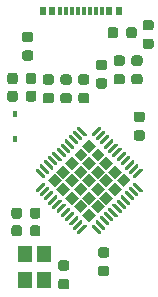
<source format=gtp>
G04 #@! TF.GenerationSoftware,KiCad,Pcbnew,(5.1.6)-1*
G04 #@! TF.CreationDate,2020-09-27T19:06:04+08:00*
G04 #@! TF.ProjectId,Alvaro,416c7661-726f-42e6-9b69-6361645f7063,C*
G04 #@! TF.SameCoordinates,Original*
G04 #@! TF.FileFunction,Paste,Top*
G04 #@! TF.FilePolarity,Positive*
%FSLAX46Y46*%
G04 Gerber Fmt 4.6, Leading zero omitted, Abs format (unit mm)*
G04 Created by KiCad (PCBNEW (5.1.6)-1) date 2020-09-27 19:06:04*
%MOMM*%
%LPD*%
G01*
G04 APERTURE LIST*
%ADD10R,0.300000X0.800000*%
%ADD11R,0.600000X0.800000*%
%ADD12C,0.100000*%
%ADD13R,0.450000X0.600000*%
%ADD14R,1.200000X1.400000*%
G04 APERTURE END LIST*
D10*
X28250000Y-29500000D03*
X28750000Y-29500000D03*
X31750000Y-29500000D03*
X31250000Y-29500000D03*
X30250000Y-29500000D03*
X29750000Y-29500000D03*
X30750000Y-29500000D03*
X29250000Y-29500000D03*
D11*
X27600000Y-29500000D03*
X32400000Y-29500000D03*
X33200000Y-29500000D03*
X26800000Y-29500000D03*
G36*
G01*
X24650000Y-36418750D02*
X24650000Y-36931250D01*
G75*
G02*
X24431250Y-37150000I-218750J0D01*
G01*
X23993750Y-37150000D01*
G75*
G02*
X23775000Y-36931250I0J218750D01*
G01*
X23775000Y-36418750D01*
G75*
G02*
X23993750Y-36200000I218750J0D01*
G01*
X24431250Y-36200000D01*
G75*
G02*
X24650000Y-36418750I0J-218750D01*
G01*
G37*
G36*
G01*
X26225000Y-36418750D02*
X26225000Y-36931250D01*
G75*
G02*
X26006250Y-37150000I-218750J0D01*
G01*
X25568750Y-37150000D01*
G75*
G02*
X25350000Y-36931250I0J218750D01*
G01*
X25350000Y-36418750D01*
G75*
G02*
X25568750Y-36200000I218750J0D01*
G01*
X26006250Y-36200000D01*
G75*
G02*
X26225000Y-36418750I0J-218750D01*
G01*
G37*
D12*
G36*
X30113101Y-46713280D02*
G01*
X30700000Y-46126381D01*
X31286899Y-46713280D01*
X30700000Y-47300179D01*
X30113101Y-46713280D01*
G37*
G36*
X30841421Y-45984960D02*
G01*
X31428320Y-45398061D01*
X32015219Y-45984960D01*
X31428320Y-46571859D01*
X30841421Y-45984960D01*
G37*
G36*
X31569741Y-45256640D02*
G01*
X32156640Y-44669741D01*
X32743539Y-45256640D01*
X32156640Y-45843539D01*
X31569741Y-45256640D01*
G37*
G36*
X32298061Y-44528320D02*
G01*
X32884960Y-43941421D01*
X33471859Y-44528320D01*
X32884960Y-45115219D01*
X32298061Y-44528320D01*
G37*
G36*
X33026381Y-43800000D02*
G01*
X33613280Y-43213101D01*
X34200179Y-43800000D01*
X33613280Y-44386899D01*
X33026381Y-43800000D01*
G37*
G36*
X29384781Y-45984960D02*
G01*
X29971680Y-45398061D01*
X30558579Y-45984960D01*
X29971680Y-46571859D01*
X29384781Y-45984960D01*
G37*
G36*
X30113101Y-45256640D02*
G01*
X30700000Y-44669741D01*
X31286899Y-45256640D01*
X30700000Y-45843539D01*
X30113101Y-45256640D01*
G37*
G36*
X30841421Y-44528320D02*
G01*
X31428320Y-43941421D01*
X32015219Y-44528320D01*
X31428320Y-45115219D01*
X30841421Y-44528320D01*
G37*
G36*
X31569741Y-43800000D02*
G01*
X32156640Y-43213101D01*
X32743539Y-43800000D01*
X32156640Y-44386899D01*
X31569741Y-43800000D01*
G37*
G36*
X32298061Y-43071680D02*
G01*
X32884960Y-42484781D01*
X33471859Y-43071680D01*
X32884960Y-43658579D01*
X32298061Y-43071680D01*
G37*
G36*
X28656461Y-45256640D02*
G01*
X29243360Y-44669741D01*
X29830259Y-45256640D01*
X29243360Y-45843539D01*
X28656461Y-45256640D01*
G37*
G36*
X29384781Y-44528320D02*
G01*
X29971680Y-43941421D01*
X30558579Y-44528320D01*
X29971680Y-45115219D01*
X29384781Y-44528320D01*
G37*
G36*
X30113101Y-43800000D02*
G01*
X30700000Y-43213101D01*
X31286899Y-43800000D01*
X30700000Y-44386899D01*
X30113101Y-43800000D01*
G37*
G36*
X30841421Y-43071680D02*
G01*
X31428320Y-42484781D01*
X32015219Y-43071680D01*
X31428320Y-43658579D01*
X30841421Y-43071680D01*
G37*
G36*
X31569741Y-42343360D02*
G01*
X32156640Y-41756461D01*
X32743539Y-42343360D01*
X32156640Y-42930259D01*
X31569741Y-42343360D01*
G37*
G36*
X27928141Y-44528320D02*
G01*
X28515040Y-43941421D01*
X29101939Y-44528320D01*
X28515040Y-45115219D01*
X27928141Y-44528320D01*
G37*
G36*
X28656461Y-43800000D02*
G01*
X29243360Y-43213101D01*
X29830259Y-43800000D01*
X29243360Y-44386899D01*
X28656461Y-43800000D01*
G37*
G36*
X29384781Y-43071680D02*
G01*
X29971680Y-42484781D01*
X30558579Y-43071680D01*
X29971680Y-43658579D01*
X29384781Y-43071680D01*
G37*
G36*
X30113101Y-42343360D02*
G01*
X30700000Y-41756461D01*
X31286899Y-42343360D01*
X30700000Y-42930259D01*
X30113101Y-42343360D01*
G37*
G36*
X30841421Y-41615040D02*
G01*
X31428320Y-41028141D01*
X32015219Y-41615040D01*
X31428320Y-42201939D01*
X30841421Y-41615040D01*
G37*
G36*
X27199821Y-43800000D02*
G01*
X27786720Y-43213101D01*
X28373619Y-43800000D01*
X27786720Y-44386899D01*
X27199821Y-43800000D01*
G37*
G36*
X27928141Y-43071680D02*
G01*
X28515040Y-42484781D01*
X29101939Y-43071680D01*
X28515040Y-43658579D01*
X27928141Y-43071680D01*
G37*
G36*
X28656461Y-42343360D02*
G01*
X29243360Y-41756461D01*
X29830259Y-42343360D01*
X29243360Y-42930259D01*
X28656461Y-42343360D01*
G37*
G36*
X29384781Y-41615040D02*
G01*
X29971680Y-41028141D01*
X30558579Y-41615040D01*
X29971680Y-42201939D01*
X29384781Y-41615040D01*
G37*
G36*
X30113101Y-40886720D02*
G01*
X30700000Y-40299821D01*
X31286899Y-40886720D01*
X30700000Y-41473619D01*
X30113101Y-40886720D01*
G37*
G36*
G01*
X30912132Y-40052334D02*
X30912132Y-40052334D01*
G75*
G02*
X30912132Y-39840202I106066J106066D01*
G01*
X31477818Y-39274516D01*
G75*
G02*
X31689950Y-39274516I106066J-106066D01*
G01*
X31689950Y-39274516D01*
G75*
G02*
X31689950Y-39486648I-106066J-106066D01*
G01*
X31124264Y-40052334D01*
G75*
G02*
X30912132Y-40052334I-106066J106066D01*
G01*
G37*
G36*
G01*
X31265685Y-40405888D02*
X31265685Y-40405888D01*
G75*
G02*
X31265685Y-40193756I106066J106066D01*
G01*
X31831371Y-39628070D01*
G75*
G02*
X32043503Y-39628070I106066J-106066D01*
G01*
X32043503Y-39628070D01*
G75*
G02*
X32043503Y-39840202I-106066J-106066D01*
G01*
X31477817Y-40405888D01*
G75*
G02*
X31265685Y-40405888I-106066J106066D01*
G01*
G37*
G36*
G01*
X31619239Y-40759441D02*
X31619239Y-40759441D01*
G75*
G02*
X31619239Y-40547309I106066J106066D01*
G01*
X32184925Y-39981623D01*
G75*
G02*
X32397057Y-39981623I106066J-106066D01*
G01*
X32397057Y-39981623D01*
G75*
G02*
X32397057Y-40193755I-106066J-106066D01*
G01*
X31831371Y-40759441D01*
G75*
G02*
X31619239Y-40759441I-106066J106066D01*
G01*
G37*
G36*
G01*
X31972792Y-41112995D02*
X31972792Y-41112995D01*
G75*
G02*
X31972792Y-40900863I106066J106066D01*
G01*
X32538478Y-40335177D01*
G75*
G02*
X32750610Y-40335177I106066J-106066D01*
G01*
X32750610Y-40335177D01*
G75*
G02*
X32750610Y-40547309I-106066J-106066D01*
G01*
X32184924Y-41112995D01*
G75*
G02*
X31972792Y-41112995I-106066J106066D01*
G01*
G37*
G36*
G01*
X32326345Y-41466548D02*
X32326345Y-41466548D01*
G75*
G02*
X32326345Y-41254416I106066J106066D01*
G01*
X32892031Y-40688730D01*
G75*
G02*
X33104163Y-40688730I106066J-106066D01*
G01*
X33104163Y-40688730D01*
G75*
G02*
X33104163Y-40900862I-106066J-106066D01*
G01*
X32538477Y-41466548D01*
G75*
G02*
X32326345Y-41466548I-106066J106066D01*
G01*
G37*
G36*
G01*
X32679899Y-41820101D02*
X32679899Y-41820101D01*
G75*
G02*
X32679899Y-41607969I106066J106066D01*
G01*
X33245585Y-41042283D01*
G75*
G02*
X33457717Y-41042283I106066J-106066D01*
G01*
X33457717Y-41042283D01*
G75*
G02*
X33457717Y-41254415I-106066J-106066D01*
G01*
X32892031Y-41820101D01*
G75*
G02*
X32679899Y-41820101I-106066J106066D01*
G01*
G37*
G36*
G01*
X33033452Y-42173655D02*
X33033452Y-42173655D01*
G75*
G02*
X33033452Y-41961523I106066J106066D01*
G01*
X33599138Y-41395837D01*
G75*
G02*
X33811270Y-41395837I106066J-106066D01*
G01*
X33811270Y-41395837D01*
G75*
G02*
X33811270Y-41607969I-106066J-106066D01*
G01*
X33245584Y-42173655D01*
G75*
G02*
X33033452Y-42173655I-106066J106066D01*
G01*
G37*
G36*
G01*
X33387005Y-42527208D02*
X33387005Y-42527208D01*
G75*
G02*
X33387005Y-42315076I106066J106066D01*
G01*
X33952691Y-41749390D01*
G75*
G02*
X34164823Y-41749390I106066J-106066D01*
G01*
X34164823Y-41749390D01*
G75*
G02*
X34164823Y-41961522I-106066J-106066D01*
G01*
X33599137Y-42527208D01*
G75*
G02*
X33387005Y-42527208I-106066J106066D01*
G01*
G37*
G36*
G01*
X33740559Y-42880761D02*
X33740559Y-42880761D01*
G75*
G02*
X33740559Y-42668629I106066J106066D01*
G01*
X34306245Y-42102943D01*
G75*
G02*
X34518377Y-42102943I106066J-106066D01*
G01*
X34518377Y-42102943D01*
G75*
G02*
X34518377Y-42315075I-106066J-106066D01*
G01*
X33952691Y-42880761D01*
G75*
G02*
X33740559Y-42880761I-106066J106066D01*
G01*
G37*
G36*
G01*
X34094112Y-43234315D02*
X34094112Y-43234315D01*
G75*
G02*
X34094112Y-43022183I106066J106066D01*
G01*
X34659798Y-42456497D01*
G75*
G02*
X34871930Y-42456497I106066J-106066D01*
G01*
X34871930Y-42456497D01*
G75*
G02*
X34871930Y-42668629I-106066J-106066D01*
G01*
X34306244Y-43234315D01*
G75*
G02*
X34094112Y-43234315I-106066J106066D01*
G01*
G37*
G36*
G01*
X34447666Y-43587868D02*
X34447666Y-43587868D01*
G75*
G02*
X34447666Y-43375736I106066J106066D01*
G01*
X35013352Y-42810050D01*
G75*
G02*
X35225484Y-42810050I106066J-106066D01*
G01*
X35225484Y-42810050D01*
G75*
G02*
X35225484Y-43022182I-106066J-106066D01*
G01*
X34659798Y-43587868D01*
G75*
G02*
X34447666Y-43587868I-106066J106066D01*
G01*
G37*
G36*
G01*
X34447666Y-44012132D02*
X34447666Y-44012132D01*
G75*
G02*
X34659798Y-44012132I106066J-106066D01*
G01*
X35225484Y-44577818D01*
G75*
G02*
X35225484Y-44789950I-106066J-106066D01*
G01*
X35225484Y-44789950D01*
G75*
G02*
X35013352Y-44789950I-106066J106066D01*
G01*
X34447666Y-44224264D01*
G75*
G02*
X34447666Y-44012132I106066J106066D01*
G01*
G37*
G36*
G01*
X34094112Y-44365685D02*
X34094112Y-44365685D01*
G75*
G02*
X34306244Y-44365685I106066J-106066D01*
G01*
X34871930Y-44931371D01*
G75*
G02*
X34871930Y-45143503I-106066J-106066D01*
G01*
X34871930Y-45143503D01*
G75*
G02*
X34659798Y-45143503I-106066J106066D01*
G01*
X34094112Y-44577817D01*
G75*
G02*
X34094112Y-44365685I106066J106066D01*
G01*
G37*
G36*
G01*
X33740559Y-44719239D02*
X33740559Y-44719239D01*
G75*
G02*
X33952691Y-44719239I106066J-106066D01*
G01*
X34518377Y-45284925D01*
G75*
G02*
X34518377Y-45497057I-106066J-106066D01*
G01*
X34518377Y-45497057D01*
G75*
G02*
X34306245Y-45497057I-106066J106066D01*
G01*
X33740559Y-44931371D01*
G75*
G02*
X33740559Y-44719239I106066J106066D01*
G01*
G37*
G36*
G01*
X33387005Y-45072792D02*
X33387005Y-45072792D01*
G75*
G02*
X33599137Y-45072792I106066J-106066D01*
G01*
X34164823Y-45638478D01*
G75*
G02*
X34164823Y-45850610I-106066J-106066D01*
G01*
X34164823Y-45850610D01*
G75*
G02*
X33952691Y-45850610I-106066J106066D01*
G01*
X33387005Y-45284924D01*
G75*
G02*
X33387005Y-45072792I106066J106066D01*
G01*
G37*
G36*
G01*
X33033452Y-45426345D02*
X33033452Y-45426345D01*
G75*
G02*
X33245584Y-45426345I106066J-106066D01*
G01*
X33811270Y-45992031D01*
G75*
G02*
X33811270Y-46204163I-106066J-106066D01*
G01*
X33811270Y-46204163D01*
G75*
G02*
X33599138Y-46204163I-106066J106066D01*
G01*
X33033452Y-45638477D01*
G75*
G02*
X33033452Y-45426345I106066J106066D01*
G01*
G37*
G36*
G01*
X32679899Y-45779899D02*
X32679899Y-45779899D01*
G75*
G02*
X32892031Y-45779899I106066J-106066D01*
G01*
X33457717Y-46345585D01*
G75*
G02*
X33457717Y-46557717I-106066J-106066D01*
G01*
X33457717Y-46557717D01*
G75*
G02*
X33245585Y-46557717I-106066J106066D01*
G01*
X32679899Y-45992031D01*
G75*
G02*
X32679899Y-45779899I106066J106066D01*
G01*
G37*
G36*
G01*
X32326345Y-46133452D02*
X32326345Y-46133452D01*
G75*
G02*
X32538477Y-46133452I106066J-106066D01*
G01*
X33104163Y-46699138D01*
G75*
G02*
X33104163Y-46911270I-106066J-106066D01*
G01*
X33104163Y-46911270D01*
G75*
G02*
X32892031Y-46911270I-106066J106066D01*
G01*
X32326345Y-46345584D01*
G75*
G02*
X32326345Y-46133452I106066J106066D01*
G01*
G37*
G36*
G01*
X31972792Y-46487005D02*
X31972792Y-46487005D01*
G75*
G02*
X32184924Y-46487005I106066J-106066D01*
G01*
X32750610Y-47052691D01*
G75*
G02*
X32750610Y-47264823I-106066J-106066D01*
G01*
X32750610Y-47264823D01*
G75*
G02*
X32538478Y-47264823I-106066J106066D01*
G01*
X31972792Y-46699137D01*
G75*
G02*
X31972792Y-46487005I106066J106066D01*
G01*
G37*
G36*
G01*
X31619239Y-46840559D02*
X31619239Y-46840559D01*
G75*
G02*
X31831371Y-46840559I106066J-106066D01*
G01*
X32397057Y-47406245D01*
G75*
G02*
X32397057Y-47618377I-106066J-106066D01*
G01*
X32397057Y-47618377D01*
G75*
G02*
X32184925Y-47618377I-106066J106066D01*
G01*
X31619239Y-47052691D01*
G75*
G02*
X31619239Y-46840559I106066J106066D01*
G01*
G37*
G36*
G01*
X31265685Y-47194112D02*
X31265685Y-47194112D01*
G75*
G02*
X31477817Y-47194112I106066J-106066D01*
G01*
X32043503Y-47759798D01*
G75*
G02*
X32043503Y-47971930I-106066J-106066D01*
G01*
X32043503Y-47971930D01*
G75*
G02*
X31831371Y-47971930I-106066J106066D01*
G01*
X31265685Y-47406244D01*
G75*
G02*
X31265685Y-47194112I106066J106066D01*
G01*
G37*
G36*
G01*
X30912132Y-47547666D02*
X30912132Y-47547666D01*
G75*
G02*
X31124264Y-47547666I106066J-106066D01*
G01*
X31689950Y-48113352D01*
G75*
G02*
X31689950Y-48325484I-106066J-106066D01*
G01*
X31689950Y-48325484D01*
G75*
G02*
X31477818Y-48325484I-106066J106066D01*
G01*
X30912132Y-47759798D01*
G75*
G02*
X30912132Y-47547666I106066J106066D01*
G01*
G37*
G36*
G01*
X29710050Y-48325484D02*
X29710050Y-48325484D01*
G75*
G02*
X29710050Y-48113352I106066J106066D01*
G01*
X30275736Y-47547666D01*
G75*
G02*
X30487868Y-47547666I106066J-106066D01*
G01*
X30487868Y-47547666D01*
G75*
G02*
X30487868Y-47759798I-106066J-106066D01*
G01*
X29922182Y-48325484D01*
G75*
G02*
X29710050Y-48325484I-106066J106066D01*
G01*
G37*
G36*
G01*
X29356497Y-47971930D02*
X29356497Y-47971930D01*
G75*
G02*
X29356497Y-47759798I106066J106066D01*
G01*
X29922183Y-47194112D01*
G75*
G02*
X30134315Y-47194112I106066J-106066D01*
G01*
X30134315Y-47194112D01*
G75*
G02*
X30134315Y-47406244I-106066J-106066D01*
G01*
X29568629Y-47971930D01*
G75*
G02*
X29356497Y-47971930I-106066J106066D01*
G01*
G37*
G36*
G01*
X29002943Y-47618377D02*
X29002943Y-47618377D01*
G75*
G02*
X29002943Y-47406245I106066J106066D01*
G01*
X29568629Y-46840559D01*
G75*
G02*
X29780761Y-46840559I106066J-106066D01*
G01*
X29780761Y-46840559D01*
G75*
G02*
X29780761Y-47052691I-106066J-106066D01*
G01*
X29215075Y-47618377D01*
G75*
G02*
X29002943Y-47618377I-106066J106066D01*
G01*
G37*
G36*
G01*
X28649390Y-47264823D02*
X28649390Y-47264823D01*
G75*
G02*
X28649390Y-47052691I106066J106066D01*
G01*
X29215076Y-46487005D01*
G75*
G02*
X29427208Y-46487005I106066J-106066D01*
G01*
X29427208Y-46487005D01*
G75*
G02*
X29427208Y-46699137I-106066J-106066D01*
G01*
X28861522Y-47264823D01*
G75*
G02*
X28649390Y-47264823I-106066J106066D01*
G01*
G37*
G36*
G01*
X28295837Y-46911270D02*
X28295837Y-46911270D01*
G75*
G02*
X28295837Y-46699138I106066J106066D01*
G01*
X28861523Y-46133452D01*
G75*
G02*
X29073655Y-46133452I106066J-106066D01*
G01*
X29073655Y-46133452D01*
G75*
G02*
X29073655Y-46345584I-106066J-106066D01*
G01*
X28507969Y-46911270D01*
G75*
G02*
X28295837Y-46911270I-106066J106066D01*
G01*
G37*
G36*
G01*
X27942283Y-46557717D02*
X27942283Y-46557717D01*
G75*
G02*
X27942283Y-46345585I106066J106066D01*
G01*
X28507969Y-45779899D01*
G75*
G02*
X28720101Y-45779899I106066J-106066D01*
G01*
X28720101Y-45779899D01*
G75*
G02*
X28720101Y-45992031I-106066J-106066D01*
G01*
X28154415Y-46557717D01*
G75*
G02*
X27942283Y-46557717I-106066J106066D01*
G01*
G37*
G36*
G01*
X27588730Y-46204163D02*
X27588730Y-46204163D01*
G75*
G02*
X27588730Y-45992031I106066J106066D01*
G01*
X28154416Y-45426345D01*
G75*
G02*
X28366548Y-45426345I106066J-106066D01*
G01*
X28366548Y-45426345D01*
G75*
G02*
X28366548Y-45638477I-106066J-106066D01*
G01*
X27800862Y-46204163D01*
G75*
G02*
X27588730Y-46204163I-106066J106066D01*
G01*
G37*
G36*
G01*
X27235177Y-45850610D02*
X27235177Y-45850610D01*
G75*
G02*
X27235177Y-45638478I106066J106066D01*
G01*
X27800863Y-45072792D01*
G75*
G02*
X28012995Y-45072792I106066J-106066D01*
G01*
X28012995Y-45072792D01*
G75*
G02*
X28012995Y-45284924I-106066J-106066D01*
G01*
X27447309Y-45850610D01*
G75*
G02*
X27235177Y-45850610I-106066J106066D01*
G01*
G37*
G36*
G01*
X26881623Y-45497057D02*
X26881623Y-45497057D01*
G75*
G02*
X26881623Y-45284925I106066J106066D01*
G01*
X27447309Y-44719239D01*
G75*
G02*
X27659441Y-44719239I106066J-106066D01*
G01*
X27659441Y-44719239D01*
G75*
G02*
X27659441Y-44931371I-106066J-106066D01*
G01*
X27093755Y-45497057D01*
G75*
G02*
X26881623Y-45497057I-106066J106066D01*
G01*
G37*
G36*
G01*
X26528070Y-45143503D02*
X26528070Y-45143503D01*
G75*
G02*
X26528070Y-44931371I106066J106066D01*
G01*
X27093756Y-44365685D01*
G75*
G02*
X27305888Y-44365685I106066J-106066D01*
G01*
X27305888Y-44365685D01*
G75*
G02*
X27305888Y-44577817I-106066J-106066D01*
G01*
X26740202Y-45143503D01*
G75*
G02*
X26528070Y-45143503I-106066J106066D01*
G01*
G37*
G36*
G01*
X26174516Y-44789950D02*
X26174516Y-44789950D01*
G75*
G02*
X26174516Y-44577818I106066J106066D01*
G01*
X26740202Y-44012132D01*
G75*
G02*
X26952334Y-44012132I106066J-106066D01*
G01*
X26952334Y-44012132D01*
G75*
G02*
X26952334Y-44224264I-106066J-106066D01*
G01*
X26386648Y-44789950D01*
G75*
G02*
X26174516Y-44789950I-106066J106066D01*
G01*
G37*
G36*
G01*
X26174516Y-42810050D02*
X26174516Y-42810050D01*
G75*
G02*
X26386648Y-42810050I106066J-106066D01*
G01*
X26952334Y-43375736D01*
G75*
G02*
X26952334Y-43587868I-106066J-106066D01*
G01*
X26952334Y-43587868D01*
G75*
G02*
X26740202Y-43587868I-106066J106066D01*
G01*
X26174516Y-43022182D01*
G75*
G02*
X26174516Y-42810050I106066J106066D01*
G01*
G37*
G36*
G01*
X26528070Y-42456497D02*
X26528070Y-42456497D01*
G75*
G02*
X26740202Y-42456497I106066J-106066D01*
G01*
X27305888Y-43022183D01*
G75*
G02*
X27305888Y-43234315I-106066J-106066D01*
G01*
X27305888Y-43234315D01*
G75*
G02*
X27093756Y-43234315I-106066J106066D01*
G01*
X26528070Y-42668629D01*
G75*
G02*
X26528070Y-42456497I106066J106066D01*
G01*
G37*
G36*
G01*
X26881623Y-42102943D02*
X26881623Y-42102943D01*
G75*
G02*
X27093755Y-42102943I106066J-106066D01*
G01*
X27659441Y-42668629D01*
G75*
G02*
X27659441Y-42880761I-106066J-106066D01*
G01*
X27659441Y-42880761D01*
G75*
G02*
X27447309Y-42880761I-106066J106066D01*
G01*
X26881623Y-42315075D01*
G75*
G02*
X26881623Y-42102943I106066J106066D01*
G01*
G37*
G36*
G01*
X27235177Y-41749390D02*
X27235177Y-41749390D01*
G75*
G02*
X27447309Y-41749390I106066J-106066D01*
G01*
X28012995Y-42315076D01*
G75*
G02*
X28012995Y-42527208I-106066J-106066D01*
G01*
X28012995Y-42527208D01*
G75*
G02*
X27800863Y-42527208I-106066J106066D01*
G01*
X27235177Y-41961522D01*
G75*
G02*
X27235177Y-41749390I106066J106066D01*
G01*
G37*
G36*
G01*
X27588730Y-41395837D02*
X27588730Y-41395837D01*
G75*
G02*
X27800862Y-41395837I106066J-106066D01*
G01*
X28366548Y-41961523D01*
G75*
G02*
X28366548Y-42173655I-106066J-106066D01*
G01*
X28366548Y-42173655D01*
G75*
G02*
X28154416Y-42173655I-106066J106066D01*
G01*
X27588730Y-41607969D01*
G75*
G02*
X27588730Y-41395837I106066J106066D01*
G01*
G37*
G36*
G01*
X27942283Y-41042283D02*
X27942283Y-41042283D01*
G75*
G02*
X28154415Y-41042283I106066J-106066D01*
G01*
X28720101Y-41607969D01*
G75*
G02*
X28720101Y-41820101I-106066J-106066D01*
G01*
X28720101Y-41820101D01*
G75*
G02*
X28507969Y-41820101I-106066J106066D01*
G01*
X27942283Y-41254415D01*
G75*
G02*
X27942283Y-41042283I106066J106066D01*
G01*
G37*
G36*
G01*
X28295837Y-40688730D02*
X28295837Y-40688730D01*
G75*
G02*
X28507969Y-40688730I106066J-106066D01*
G01*
X29073655Y-41254416D01*
G75*
G02*
X29073655Y-41466548I-106066J-106066D01*
G01*
X29073655Y-41466548D01*
G75*
G02*
X28861523Y-41466548I-106066J106066D01*
G01*
X28295837Y-40900862D01*
G75*
G02*
X28295837Y-40688730I106066J106066D01*
G01*
G37*
G36*
G01*
X28649390Y-40335177D02*
X28649390Y-40335177D01*
G75*
G02*
X28861522Y-40335177I106066J-106066D01*
G01*
X29427208Y-40900863D01*
G75*
G02*
X29427208Y-41112995I-106066J-106066D01*
G01*
X29427208Y-41112995D01*
G75*
G02*
X29215076Y-41112995I-106066J106066D01*
G01*
X28649390Y-40547309D01*
G75*
G02*
X28649390Y-40335177I106066J106066D01*
G01*
G37*
G36*
G01*
X29002943Y-39981623D02*
X29002943Y-39981623D01*
G75*
G02*
X29215075Y-39981623I106066J-106066D01*
G01*
X29780761Y-40547309D01*
G75*
G02*
X29780761Y-40759441I-106066J-106066D01*
G01*
X29780761Y-40759441D01*
G75*
G02*
X29568629Y-40759441I-106066J106066D01*
G01*
X29002943Y-40193755D01*
G75*
G02*
X29002943Y-39981623I106066J106066D01*
G01*
G37*
G36*
G01*
X29356497Y-39628070D02*
X29356497Y-39628070D01*
G75*
G02*
X29568629Y-39628070I106066J-106066D01*
G01*
X30134315Y-40193756D01*
G75*
G02*
X30134315Y-40405888I-106066J-106066D01*
G01*
X30134315Y-40405888D01*
G75*
G02*
X29922183Y-40405888I-106066J106066D01*
G01*
X29356497Y-39840202D01*
G75*
G02*
X29356497Y-39628070I106066J106066D01*
G01*
G37*
G36*
G01*
X29710050Y-39274516D02*
X29710050Y-39274516D01*
G75*
G02*
X29922182Y-39274516I106066J-106066D01*
G01*
X30487868Y-39840202D01*
G75*
G02*
X30487868Y-40052334I-106066J-106066D01*
G01*
X30487868Y-40052334D01*
G75*
G02*
X30275736Y-40052334I-106066J106066D01*
G01*
X29710050Y-39486648D01*
G75*
G02*
X29710050Y-39274516I106066J106066D01*
G01*
G37*
G36*
G01*
X25350000Y-35431250D02*
X25350000Y-34918750D01*
G75*
G02*
X25568750Y-34700000I218750J0D01*
G01*
X26006250Y-34700000D01*
G75*
G02*
X26225000Y-34918750I0J-218750D01*
G01*
X26225000Y-35431250D01*
G75*
G02*
X26006250Y-35650000I-218750J0D01*
G01*
X25568750Y-35650000D01*
G75*
G02*
X25350000Y-35431250I0J218750D01*
G01*
G37*
G36*
G01*
X23775000Y-35431250D02*
X23775000Y-34918750D01*
G75*
G02*
X23993750Y-34700000I218750J0D01*
G01*
X24431250Y-34700000D01*
G75*
G02*
X24650000Y-34918750I0J-218750D01*
G01*
X24650000Y-35431250D01*
G75*
G02*
X24431250Y-35650000I-218750J0D01*
G01*
X23993750Y-35650000D01*
G75*
G02*
X23775000Y-35431250I0J218750D01*
G01*
G37*
G36*
G01*
X30506250Y-35700000D02*
X29993750Y-35700000D01*
G75*
G02*
X29775000Y-35481250I0J218750D01*
G01*
X29775000Y-35043750D01*
G75*
G02*
X29993750Y-34825000I218750J0D01*
G01*
X30506250Y-34825000D01*
G75*
G02*
X30725000Y-35043750I0J-218750D01*
G01*
X30725000Y-35481250D01*
G75*
G02*
X30506250Y-35700000I-218750J0D01*
G01*
G37*
G36*
G01*
X30506250Y-37275000D02*
X29993750Y-37275000D01*
G75*
G02*
X29775000Y-37056250I0J218750D01*
G01*
X29775000Y-36618750D01*
G75*
G02*
X29993750Y-36400000I218750J0D01*
G01*
X30506250Y-36400000D01*
G75*
G02*
X30725000Y-36618750I0J-218750D01*
G01*
X30725000Y-37056250D01*
G75*
G02*
X30506250Y-37275000I-218750J0D01*
G01*
G37*
G36*
G01*
X29006250Y-35700000D02*
X28493750Y-35700000D01*
G75*
G02*
X28275000Y-35481250I0J218750D01*
G01*
X28275000Y-35043750D01*
G75*
G02*
X28493750Y-34825000I218750J0D01*
G01*
X29006250Y-34825000D01*
G75*
G02*
X29225000Y-35043750I0J-218750D01*
G01*
X29225000Y-35481250D01*
G75*
G02*
X29006250Y-35700000I-218750J0D01*
G01*
G37*
G36*
G01*
X29006250Y-37275000D02*
X28493750Y-37275000D01*
G75*
G02*
X28275000Y-37056250I0J218750D01*
G01*
X28275000Y-36618750D01*
G75*
G02*
X28493750Y-36400000I218750J0D01*
G01*
X29006250Y-36400000D01*
G75*
G02*
X29225000Y-36618750I0J-218750D01*
G01*
X29225000Y-37056250D01*
G75*
G02*
X29006250Y-37275000I-218750J0D01*
G01*
G37*
G36*
G01*
X35443750Y-31800000D02*
X35956250Y-31800000D01*
G75*
G02*
X36175000Y-32018750I0J-218750D01*
G01*
X36175000Y-32456250D01*
G75*
G02*
X35956250Y-32675000I-218750J0D01*
G01*
X35443750Y-32675000D01*
G75*
G02*
X35225000Y-32456250I0J218750D01*
G01*
X35225000Y-32018750D01*
G75*
G02*
X35443750Y-31800000I218750J0D01*
G01*
G37*
G36*
G01*
X35443750Y-30225000D02*
X35956250Y-30225000D01*
G75*
G02*
X36175000Y-30443750I0J-218750D01*
G01*
X36175000Y-30881250D01*
G75*
G02*
X35956250Y-31100000I-218750J0D01*
G01*
X35443750Y-31100000D01*
G75*
G02*
X35225000Y-30881250I0J218750D01*
G01*
X35225000Y-30443750D01*
G75*
G02*
X35443750Y-30225000I218750J0D01*
G01*
G37*
G36*
G01*
X25756250Y-32100000D02*
X25243750Y-32100000D01*
G75*
G02*
X25025000Y-31881250I0J218750D01*
G01*
X25025000Y-31443750D01*
G75*
G02*
X25243750Y-31225000I218750J0D01*
G01*
X25756250Y-31225000D01*
G75*
G02*
X25975000Y-31443750I0J-218750D01*
G01*
X25975000Y-31881250D01*
G75*
G02*
X25756250Y-32100000I-218750J0D01*
G01*
G37*
G36*
G01*
X25756250Y-33675000D02*
X25243750Y-33675000D01*
G75*
G02*
X25025000Y-33456250I0J218750D01*
G01*
X25025000Y-33018750D01*
G75*
G02*
X25243750Y-32800000I218750J0D01*
G01*
X25756250Y-32800000D01*
G75*
G02*
X25975000Y-33018750I0J-218750D01*
G01*
X25975000Y-33456250D01*
G75*
G02*
X25756250Y-33675000I-218750J0D01*
G01*
G37*
G36*
G01*
X33150000Y-31043750D02*
X33150000Y-31556250D01*
G75*
G02*
X32931250Y-31775000I-218750J0D01*
G01*
X32493750Y-31775000D01*
G75*
G02*
X32275000Y-31556250I0J218750D01*
G01*
X32275000Y-31043750D01*
G75*
G02*
X32493750Y-30825000I218750J0D01*
G01*
X32931250Y-30825000D01*
G75*
G02*
X33150000Y-31043750I0J-218750D01*
G01*
G37*
G36*
G01*
X34725000Y-31043750D02*
X34725000Y-31556250D01*
G75*
G02*
X34506250Y-31775000I-218750J0D01*
G01*
X34068750Y-31775000D01*
G75*
G02*
X33850000Y-31556250I0J218750D01*
G01*
X33850000Y-31043750D01*
G75*
G02*
X34068750Y-30825000I218750J0D01*
G01*
X34506250Y-30825000D01*
G75*
G02*
X34725000Y-31043750I0J-218750D01*
G01*
G37*
G36*
G01*
X35006250Y-34100000D02*
X34493750Y-34100000D01*
G75*
G02*
X34275000Y-33881250I0J218750D01*
G01*
X34275000Y-33443750D01*
G75*
G02*
X34493750Y-33225000I218750J0D01*
G01*
X35006250Y-33225000D01*
G75*
G02*
X35225000Y-33443750I0J-218750D01*
G01*
X35225000Y-33881250D01*
G75*
G02*
X35006250Y-34100000I-218750J0D01*
G01*
G37*
G36*
G01*
X35006250Y-35675000D02*
X34493750Y-35675000D01*
G75*
G02*
X34275000Y-35456250I0J218750D01*
G01*
X34275000Y-35018750D01*
G75*
G02*
X34493750Y-34800000I218750J0D01*
G01*
X35006250Y-34800000D01*
G75*
G02*
X35225000Y-35018750I0J-218750D01*
G01*
X35225000Y-35456250D01*
G75*
G02*
X35006250Y-35675000I-218750J0D01*
G01*
G37*
G36*
G01*
X27506250Y-35700000D02*
X26993750Y-35700000D01*
G75*
G02*
X26775000Y-35481250I0J218750D01*
G01*
X26775000Y-35043750D01*
G75*
G02*
X26993750Y-34825000I218750J0D01*
G01*
X27506250Y-34825000D01*
G75*
G02*
X27725000Y-35043750I0J-218750D01*
G01*
X27725000Y-35481250D01*
G75*
G02*
X27506250Y-35700000I-218750J0D01*
G01*
G37*
G36*
G01*
X27506250Y-37275000D02*
X26993750Y-37275000D01*
G75*
G02*
X26775000Y-37056250I0J218750D01*
G01*
X26775000Y-36618750D01*
G75*
G02*
X26993750Y-36400000I218750J0D01*
G01*
X27506250Y-36400000D01*
G75*
G02*
X27725000Y-36618750I0J-218750D01*
G01*
X27725000Y-37056250D01*
G75*
G02*
X27506250Y-37275000I-218750J0D01*
G01*
G37*
G36*
G01*
X25700000Y-48331250D02*
X25700000Y-47818750D01*
G75*
G02*
X25918750Y-47600000I218750J0D01*
G01*
X26356250Y-47600000D01*
G75*
G02*
X26575000Y-47818750I0J-218750D01*
G01*
X26575000Y-48331250D01*
G75*
G02*
X26356250Y-48550000I-218750J0D01*
G01*
X25918750Y-48550000D01*
G75*
G02*
X25700000Y-48331250I0J218750D01*
G01*
G37*
G36*
G01*
X24125000Y-48331250D02*
X24125000Y-47818750D01*
G75*
G02*
X24343750Y-47600000I218750J0D01*
G01*
X24781250Y-47600000D01*
G75*
G02*
X25000000Y-47818750I0J-218750D01*
G01*
X25000000Y-48331250D01*
G75*
G02*
X24781250Y-48550000I-218750J0D01*
G01*
X24343750Y-48550000D01*
G75*
G02*
X24125000Y-48331250I0J218750D01*
G01*
G37*
G36*
G01*
X28806250Y-53025000D02*
X28293750Y-53025000D01*
G75*
G02*
X28075000Y-52806250I0J218750D01*
G01*
X28075000Y-52368750D01*
G75*
G02*
X28293750Y-52150000I218750J0D01*
G01*
X28806250Y-52150000D01*
G75*
G02*
X29025000Y-52368750I0J-218750D01*
G01*
X29025000Y-52806250D01*
G75*
G02*
X28806250Y-53025000I-218750J0D01*
G01*
G37*
G36*
G01*
X28806250Y-51450000D02*
X28293750Y-51450000D01*
G75*
G02*
X28075000Y-51231250I0J218750D01*
G01*
X28075000Y-50793750D01*
G75*
G02*
X28293750Y-50575000I218750J0D01*
G01*
X28806250Y-50575000D01*
G75*
G02*
X29025000Y-50793750I0J-218750D01*
G01*
X29025000Y-51231250D01*
G75*
G02*
X28806250Y-51450000I-218750J0D01*
G01*
G37*
G36*
G01*
X32006250Y-34450000D02*
X31493750Y-34450000D01*
G75*
G02*
X31275000Y-34231250I0J218750D01*
G01*
X31275000Y-33793750D01*
G75*
G02*
X31493750Y-33575000I218750J0D01*
G01*
X32006250Y-33575000D01*
G75*
G02*
X32225000Y-33793750I0J-218750D01*
G01*
X32225000Y-34231250D01*
G75*
G02*
X32006250Y-34450000I-218750J0D01*
G01*
G37*
G36*
G01*
X32006250Y-36025000D02*
X31493750Y-36025000D01*
G75*
G02*
X31275000Y-35806250I0J218750D01*
G01*
X31275000Y-35368750D01*
G75*
G02*
X31493750Y-35150000I218750J0D01*
G01*
X32006250Y-35150000D01*
G75*
G02*
X32225000Y-35368750I0J-218750D01*
G01*
X32225000Y-35806250D01*
G75*
G02*
X32006250Y-36025000I-218750J0D01*
G01*
G37*
G36*
G01*
X33506250Y-34100000D02*
X32993750Y-34100000D01*
G75*
G02*
X32775000Y-33881250I0J218750D01*
G01*
X32775000Y-33443750D01*
G75*
G02*
X32993750Y-33225000I218750J0D01*
G01*
X33506250Y-33225000D01*
G75*
G02*
X33725000Y-33443750I0J-218750D01*
G01*
X33725000Y-33881250D01*
G75*
G02*
X33506250Y-34100000I-218750J0D01*
G01*
G37*
G36*
G01*
X33506250Y-35675000D02*
X32993750Y-35675000D01*
G75*
G02*
X32775000Y-35456250I0J218750D01*
G01*
X32775000Y-35018750D01*
G75*
G02*
X32993750Y-34800000I218750J0D01*
G01*
X33506250Y-34800000D01*
G75*
G02*
X33725000Y-35018750I0J-218750D01*
G01*
X33725000Y-35456250D01*
G75*
G02*
X33506250Y-35675000I-218750J0D01*
G01*
G37*
G36*
G01*
X34693750Y-39562500D02*
X35206250Y-39562500D01*
G75*
G02*
X35425000Y-39781250I0J-218750D01*
G01*
X35425000Y-40218750D01*
G75*
G02*
X35206250Y-40437500I-218750J0D01*
G01*
X34693750Y-40437500D01*
G75*
G02*
X34475000Y-40218750I0J218750D01*
G01*
X34475000Y-39781250D01*
G75*
G02*
X34693750Y-39562500I218750J0D01*
G01*
G37*
G36*
G01*
X34693750Y-37987500D02*
X35206250Y-37987500D01*
G75*
G02*
X35425000Y-38206250I0J-218750D01*
G01*
X35425000Y-38643750D01*
G75*
G02*
X35206250Y-38862500I-218750J0D01*
G01*
X34693750Y-38862500D01*
G75*
G02*
X34475000Y-38643750I0J218750D01*
G01*
X34475000Y-38206250D01*
G75*
G02*
X34693750Y-37987500I218750J0D01*
G01*
G37*
G36*
G01*
X31668750Y-49475000D02*
X32181250Y-49475000D01*
G75*
G02*
X32400000Y-49693750I0J-218750D01*
G01*
X32400000Y-50131250D01*
G75*
G02*
X32181250Y-50350000I-218750J0D01*
G01*
X31668750Y-50350000D01*
G75*
G02*
X31450000Y-50131250I0J218750D01*
G01*
X31450000Y-49693750D01*
G75*
G02*
X31668750Y-49475000I218750J0D01*
G01*
G37*
G36*
G01*
X31668750Y-51050000D02*
X32181250Y-51050000D01*
G75*
G02*
X32400000Y-51268750I0J-218750D01*
G01*
X32400000Y-51706250D01*
G75*
G02*
X32181250Y-51925000I-218750J0D01*
G01*
X31668750Y-51925000D01*
G75*
G02*
X31450000Y-51706250I0J218750D01*
G01*
X31450000Y-51268750D01*
G75*
G02*
X31668750Y-51050000I218750J0D01*
G01*
G37*
G36*
G01*
X25000000Y-46318750D02*
X25000000Y-46831250D01*
G75*
G02*
X24781250Y-47050000I-218750J0D01*
G01*
X24343750Y-47050000D01*
G75*
G02*
X24125000Y-46831250I0J218750D01*
G01*
X24125000Y-46318750D01*
G75*
G02*
X24343750Y-46100000I218750J0D01*
G01*
X24781250Y-46100000D01*
G75*
G02*
X25000000Y-46318750I0J-218750D01*
G01*
G37*
G36*
G01*
X26575000Y-46318750D02*
X26575000Y-46831250D01*
G75*
G02*
X26356250Y-47050000I-218750J0D01*
G01*
X25918750Y-47050000D01*
G75*
G02*
X25700000Y-46831250I0J218750D01*
G01*
X25700000Y-46318750D01*
G75*
G02*
X25918750Y-46100000I218750J0D01*
G01*
X26356250Y-46100000D01*
G75*
G02*
X26575000Y-46318750I0J-218750D01*
G01*
G37*
D13*
X24450000Y-38175000D03*
X24450000Y-40275000D03*
D14*
X25250000Y-52250000D03*
X25250000Y-50050000D03*
X26850000Y-50050000D03*
X26850000Y-52250000D03*
M02*

</source>
